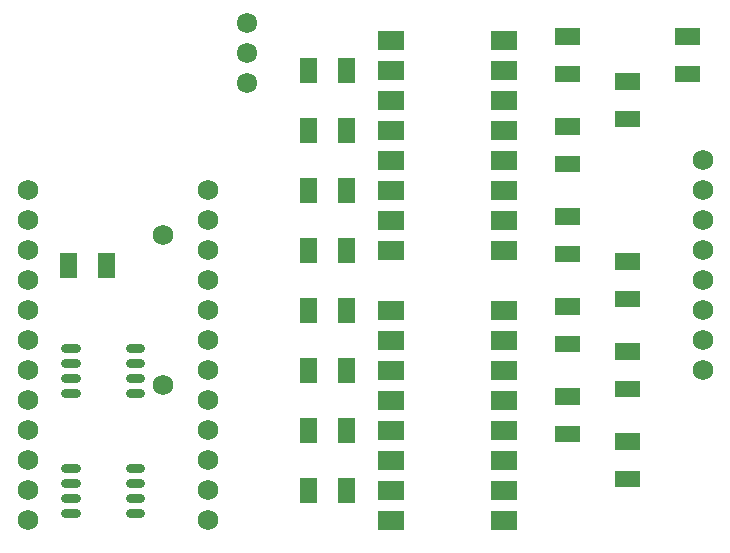
<source format=gts>
G04 Layer: TopSolderMaskLayer*
G04 EasyEDA v6.3.41, 2020-05-05T16:43:25+03:00*
G04 77c085e715fd4d51943bb8e8cf624b98,92992e1295734089b6e5f9c93eeafd8a,10*
G04 Gerber Generator version 0.2*
G04 Scale: 100 percent, Rotated: No, Reflected: No *
G04 Dimensions in inches *
G04 leading zeros omitted , absolute positions ,2 integer and 4 decimal *
%FSLAX24Y24*%
%MOIN*%
G90*
G70D02*

%ADD20C,0.031622*%
%ADD21C,0.068000*%
%ADD22C,0.067700*%

%LPD*%
G54D20*
G01X4897Y2750D02*
G01X5259Y2750D01*
G01X4897Y3250D02*
G01X5259Y3250D01*
G01X4897Y3750D02*
G01X5259Y3750D01*
G01X4897Y4250D02*
G01X5259Y4250D01*
G01X2740Y2750D02*
G01X3102Y2750D01*
G01X2740Y3250D02*
G01X3102Y3250D01*
G01X2740Y3750D02*
G01X3102Y3750D01*
G01X2740Y4250D02*
G01X3102Y4250D01*
G01X4897Y6750D02*
G01X5259Y6750D01*
G01X4897Y7250D02*
G01X5259Y7250D01*
G01X4897Y7750D02*
G01X5259Y7750D01*
G01X4897Y8250D02*
G01X5259Y8250D01*
G01X2740Y6750D02*
G01X3102Y6750D01*
G01X2740Y7250D02*
G01X3102Y7250D01*
G01X2740Y7750D02*
G01X3102Y7750D01*
G01X2740Y8250D02*
G01X3102Y8250D01*
G54D21*
G01X6000Y12000D03*
G01X6000Y7000D03*
G01X24000Y14500D03*
G01X24000Y13500D03*
G01X24000Y12500D03*
G01X24000Y11500D03*
G01X24000Y10500D03*
G01X24000Y9500D03*
G01X24000Y8500D03*
G01X24000Y7500D03*
G54D22*
G01X8800Y17069D03*
G01X8800Y18069D03*
G01X8800Y19069D03*
G54D21*
G01X1500Y13500D03*
G01X1500Y12500D03*
G01X1500Y11500D03*
G01X1500Y10500D03*
G01X1500Y9500D03*
G01X1500Y8500D03*
G01X1500Y7500D03*
G01X1500Y6500D03*
G01X1500Y5500D03*
G01X1500Y4500D03*
G01X1500Y3500D03*
G01X1500Y2500D03*
G01X7500Y2500D03*
G01X7500Y3500D03*
G01X7500Y4500D03*
G01X7500Y5500D03*
G01X7500Y6500D03*
G01X7500Y7500D03*
G01X7500Y8500D03*
G01X7500Y9500D03*
G01X7500Y10500D03*
G01X7500Y11500D03*
G01X7500Y12500D03*
G01X7500Y13500D03*
G36*
G01X19085Y12353D02*
G01X19085Y12905D01*
G01X19914Y12905D01*
G01X19914Y12353D01*
G01X19085Y12353D01*
G37*
G36*
G01X19085Y11094D02*
G01X19085Y11646D01*
G01X19914Y11646D01*
G01X19914Y11094D01*
G01X19085Y11094D01*
G37*
G36*
G01X19085Y9353D02*
G01X19085Y9905D01*
G01X19914Y9905D01*
G01X19914Y9353D01*
G01X19085Y9353D01*
G37*
G36*
G01X19085Y8094D02*
G01X19085Y8646D01*
G01X19914Y8646D01*
G01X19914Y8094D01*
G01X19085Y8094D01*
G37*
G36*
G01X21085Y3594D02*
G01X21085Y4146D01*
G01X21914Y4146D01*
G01X21914Y3594D01*
G01X21085Y3594D01*
G37*
G36*
G01X21085Y4853D02*
G01X21085Y5405D01*
G01X21914Y5405D01*
G01X21914Y4853D01*
G01X21085Y4853D01*
G37*
G36*
G01X21085Y6594D02*
G01X21085Y7146D01*
G01X21914Y7146D01*
G01X21914Y6594D01*
G01X21085Y6594D01*
G37*
G36*
G01X21085Y7853D02*
G01X21085Y8405D01*
G01X21914Y8405D01*
G01X21914Y7853D01*
G01X21085Y7853D01*
G37*
G36*
G01X19085Y6353D02*
G01X19085Y6905D01*
G01X19914Y6905D01*
G01X19914Y6353D01*
G01X19085Y6353D01*
G37*
G36*
G01X19085Y5094D02*
G01X19085Y5646D01*
G01X19914Y5646D01*
G01X19914Y5094D01*
G01X19085Y5094D01*
G37*
G36*
G01X2593Y10586D02*
G01X2593Y11413D01*
G01X3146Y11413D01*
G01X3146Y10586D01*
G01X2593Y10586D01*
G37*
G36*
G01X3853Y10586D02*
G01X3853Y11413D01*
G01X4406Y11413D01*
G01X4406Y10586D01*
G01X3853Y10586D01*
G37*
G36*
G01X11853Y9086D02*
G01X11853Y9913D01*
G01X12406Y9913D01*
G01X12406Y9086D01*
G01X11853Y9086D01*
G37*
G36*
G01X10593Y9086D02*
G01X10593Y9913D01*
G01X11146Y9913D01*
G01X11146Y9086D01*
G01X10593Y9086D01*
G37*
G36*
G01X11853Y7086D02*
G01X11853Y7913D01*
G01X12406Y7913D01*
G01X12406Y7086D01*
G01X11853Y7086D01*
G37*
G36*
G01X10593Y7086D02*
G01X10593Y7913D01*
G01X11146Y7913D01*
G01X11146Y7086D01*
G01X10593Y7086D01*
G37*
G36*
G01X23085Y17094D02*
G01X23085Y17646D01*
G01X23914Y17646D01*
G01X23914Y17094D01*
G01X23085Y17094D01*
G37*
G36*
G01X23085Y18353D02*
G01X23085Y18905D01*
G01X23914Y18905D01*
G01X23914Y18353D01*
G01X23085Y18353D01*
G37*
G36*
G01X11853Y3086D02*
G01X11853Y3913D01*
G01X12406Y3913D01*
G01X12406Y3086D01*
G01X11853Y3086D01*
G37*
G36*
G01X10593Y3086D02*
G01X10593Y3913D01*
G01X11146Y3913D01*
G01X11146Y3086D01*
G01X10593Y3086D01*
G37*
G36*
G01X11853Y17086D02*
G01X11853Y17913D01*
G01X12406Y17913D01*
G01X12406Y17086D01*
G01X11853Y17086D01*
G37*
G36*
G01X10593Y17086D02*
G01X10593Y17913D01*
G01X11146Y17913D01*
G01X11146Y17086D01*
G01X10593Y17086D01*
G37*
G36*
G01X11853Y15086D02*
G01X11853Y15913D01*
G01X12406Y15913D01*
G01X12406Y15086D01*
G01X11853Y15086D01*
G37*
G36*
G01X10593Y15086D02*
G01X10593Y15913D01*
G01X11146Y15913D01*
G01X11146Y15086D01*
G01X10593Y15086D01*
G37*
G36*
G01X11853Y13086D02*
G01X11853Y13913D01*
G01X12406Y13913D01*
G01X12406Y13086D01*
G01X11853Y13086D01*
G37*
G36*
G01X10593Y13086D02*
G01X10593Y13913D01*
G01X11146Y13913D01*
G01X11146Y13086D01*
G01X10593Y13086D01*
G37*
G36*
G01X11853Y11086D02*
G01X11853Y11913D01*
G01X12406Y11913D01*
G01X12406Y11086D01*
G01X11853Y11086D01*
G37*
G36*
G01X10593Y11086D02*
G01X10593Y11913D01*
G01X11146Y11913D01*
G01X11146Y11086D01*
G01X10593Y11086D01*
G37*
G36*
G01X19085Y18353D02*
G01X19085Y18905D01*
G01X19914Y18905D01*
G01X19914Y18353D01*
G01X19085Y18353D01*
G37*
G36*
G01X19085Y17094D02*
G01X19085Y17646D01*
G01X19914Y17646D01*
G01X19914Y17094D01*
G01X19085Y17094D01*
G37*
G36*
G01X19085Y15353D02*
G01X19085Y15905D01*
G01X19914Y15905D01*
G01X19914Y15353D01*
G01X19085Y15353D01*
G37*
G36*
G01X19085Y14094D02*
G01X19085Y14646D01*
G01X19914Y14646D01*
G01X19914Y14094D01*
G01X19085Y14094D01*
G37*
G36*
G01X21085Y16853D02*
G01X21085Y17405D01*
G01X21914Y17405D01*
G01X21914Y16853D01*
G01X21085Y16853D01*
G37*
G36*
G01X21085Y15594D02*
G01X21085Y16146D01*
G01X21914Y16146D01*
G01X21914Y15594D01*
G01X21085Y15594D01*
G37*
G36*
G01X21085Y9594D02*
G01X21085Y10146D01*
G01X21914Y10146D01*
G01X21914Y9594D01*
G01X21085Y9594D01*
G37*
G36*
G01X21085Y10853D02*
G01X21085Y11405D01*
G01X21914Y11405D01*
G01X21914Y10853D01*
G01X21085Y10853D01*
G37*
G36*
G01X11853Y5086D02*
G01X11853Y5913D01*
G01X12406Y5913D01*
G01X12406Y5086D01*
G01X11853Y5086D01*
G37*
G36*
G01X10593Y5086D02*
G01X10593Y5913D01*
G01X11146Y5913D01*
G01X11146Y5086D01*
G01X10593Y5086D01*
G37*
G36*
G01X13176Y18184D02*
G01X13176Y18815D01*
G01X14043Y18815D01*
G01X14043Y18184D01*
G01X13176Y18184D01*
G37*
G36*
G01X13176Y17184D02*
G01X13176Y17815D01*
G01X14043Y17815D01*
G01X14043Y17184D01*
G01X13176Y17184D01*
G37*
G36*
G01X13176Y16184D02*
G01X13176Y16815D01*
G01X14043Y16815D01*
G01X14043Y16184D01*
G01X13176Y16184D01*
G37*
G36*
G01X13176Y15184D02*
G01X13176Y15815D01*
G01X14043Y15815D01*
G01X14043Y15184D01*
G01X13176Y15184D01*
G37*
G36*
G01X13176Y14184D02*
G01X13176Y14815D01*
G01X14043Y14815D01*
G01X14043Y14184D01*
G01X13176Y14184D01*
G37*
G36*
G01X13176Y13184D02*
G01X13176Y13815D01*
G01X14043Y13815D01*
G01X14043Y13184D01*
G01X13176Y13184D01*
G37*
G36*
G01X13176Y12184D02*
G01X13176Y12815D01*
G01X14043Y12815D01*
G01X14043Y12184D01*
G01X13176Y12184D01*
G37*
G36*
G01X13176Y11184D02*
G01X13176Y11815D01*
G01X14043Y11815D01*
G01X14043Y11184D01*
G01X13176Y11184D01*
G37*
G36*
G01X16956Y11184D02*
G01X16956Y11815D01*
G01X17823Y11815D01*
G01X17823Y11184D01*
G01X16956Y11184D01*
G37*
G36*
G01X16956Y12184D02*
G01X16956Y12815D01*
G01X17823Y12815D01*
G01X17823Y12184D01*
G01X16956Y12184D01*
G37*
G36*
G01X16956Y13184D02*
G01X16956Y13815D01*
G01X17823Y13815D01*
G01X17823Y13184D01*
G01X16956Y13184D01*
G37*
G36*
G01X16956Y14184D02*
G01X16956Y14815D01*
G01X17823Y14815D01*
G01X17823Y14184D01*
G01X16956Y14184D01*
G37*
G36*
G01X16956Y15184D02*
G01X16956Y15815D01*
G01X17823Y15815D01*
G01X17823Y15184D01*
G01X16956Y15184D01*
G37*
G36*
G01X16956Y16184D02*
G01X16956Y16815D01*
G01X17823Y16815D01*
G01X17823Y16184D01*
G01X16956Y16184D01*
G37*
G36*
G01X16956Y17184D02*
G01X16956Y17815D01*
G01X17823Y17815D01*
G01X17823Y17184D01*
G01X16956Y17184D01*
G37*
G36*
G01X16956Y18184D02*
G01X16956Y18815D01*
G01X17823Y18815D01*
G01X17823Y18184D01*
G01X16956Y18184D01*
G37*
G36*
G01X13176Y9184D02*
G01X13176Y9815D01*
G01X14043Y9815D01*
G01X14043Y9184D01*
G01X13176Y9184D01*
G37*
G36*
G01X13176Y8184D02*
G01X13176Y8815D01*
G01X14043Y8815D01*
G01X14043Y8184D01*
G01X13176Y8184D01*
G37*
G36*
G01X13176Y7184D02*
G01X13176Y7815D01*
G01X14043Y7815D01*
G01X14043Y7184D01*
G01X13176Y7184D01*
G37*
G36*
G01X13176Y6184D02*
G01X13176Y6815D01*
G01X14043Y6815D01*
G01X14043Y6184D01*
G01X13176Y6184D01*
G37*
G36*
G01X13176Y5184D02*
G01X13176Y5815D01*
G01X14043Y5815D01*
G01X14043Y5184D01*
G01X13176Y5184D01*
G37*
G36*
G01X13176Y4184D02*
G01X13176Y4815D01*
G01X14043Y4815D01*
G01X14043Y4184D01*
G01X13176Y4184D01*
G37*
G36*
G01X13176Y3184D02*
G01X13176Y3815D01*
G01X14043Y3815D01*
G01X14043Y3184D01*
G01X13176Y3184D01*
G37*
G36*
G01X13176Y2184D02*
G01X13176Y2815D01*
G01X14043Y2815D01*
G01X14043Y2184D01*
G01X13176Y2184D01*
G37*
G36*
G01X16956Y2184D02*
G01X16956Y2815D01*
G01X17823Y2815D01*
G01X17823Y2184D01*
G01X16956Y2184D01*
G37*
G36*
G01X16956Y3184D02*
G01X16956Y3815D01*
G01X17823Y3815D01*
G01X17823Y3184D01*
G01X16956Y3184D01*
G37*
G36*
G01X16956Y4184D02*
G01X16956Y4815D01*
G01X17823Y4815D01*
G01X17823Y4184D01*
G01X16956Y4184D01*
G37*
G36*
G01X16956Y5184D02*
G01X16956Y5815D01*
G01X17823Y5815D01*
G01X17823Y5184D01*
G01X16956Y5184D01*
G37*
G36*
G01X16956Y6184D02*
G01X16956Y6815D01*
G01X17823Y6815D01*
G01X17823Y6184D01*
G01X16956Y6184D01*
G37*
G36*
G01X16956Y7184D02*
G01X16956Y7815D01*
G01X17823Y7815D01*
G01X17823Y7184D01*
G01X16956Y7184D01*
G37*
G36*
G01X16956Y8184D02*
G01X16956Y8815D01*
G01X17823Y8815D01*
G01X17823Y8184D01*
G01X16956Y8184D01*
G37*
G36*
G01X16956Y9184D02*
G01X16956Y9815D01*
G01X17823Y9815D01*
G01X17823Y9184D01*
G01X16956Y9184D01*
G37*
M00*
M02*

</source>
